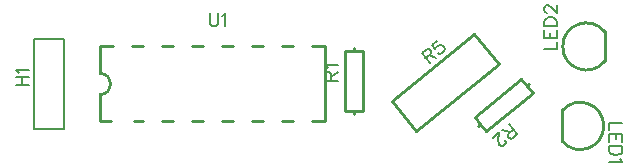
<source format=gto>
G04 Layer: TopSilkscreenLayer*
G04 EasyEDA v6.5.1, 2022-03-29 12:07:46*
G04 01ad9fd2e89e4baf9ce80d721134fb59,30f33cc809fd450ca7eb4ca7eccbfc45,10*
G04 Gerber Generator version 0.2*
G04 Scale: 100 percent, Rotated: No, Reflected: No *
G04 Dimensions in millimeters *
G04 leading zeros omitted , absolute positions ,4 integer and 5 decimal *
%FSLAX45Y45*%
%MOMM*%

%ADD10C,0.2540*%
%ADD18C,0.2032*%
%ADD19C,0.1524*%

%LPD*%
D19*
X659384Y4800600D02*
G01*
X768350Y4800600D01*
X659384Y4873244D02*
G01*
X768350Y4873244D01*
X711200Y4800600D02*
G01*
X711200Y4873244D01*
X680212Y4907534D02*
G01*
X674878Y4917947D01*
X659384Y4933695D01*
X768350Y4933695D01*
X5792215Y4483100D02*
G01*
X5683250Y4483100D01*
X5683250Y4483100D02*
G01*
X5683250Y4420870D01*
X5792215Y4386579D02*
G01*
X5683250Y4386579D01*
X5792215Y4386579D02*
G01*
X5792215Y4319015D01*
X5740400Y4386579D02*
G01*
X5740400Y4344923D01*
X5683250Y4386579D02*
G01*
X5683250Y4319015D01*
X5792215Y4284726D02*
G01*
X5683250Y4284726D01*
X5792215Y4284726D02*
G01*
X5792215Y4248150D01*
X5787136Y4232655D01*
X5776722Y4222242D01*
X5766308Y4217162D01*
X5750559Y4211828D01*
X5724652Y4211828D01*
X5709158Y4217162D01*
X5698743Y4222242D01*
X5688329Y4232655D01*
X5683250Y4248150D01*
X5683250Y4284726D01*
X5771388Y4177537D02*
G01*
X5776722Y4167123D01*
X5792215Y4151629D01*
X5683250Y4151629D01*
X5129784Y5105400D02*
G01*
X5238750Y5105400D01*
X5238750Y5105400D02*
G01*
X5238750Y5167629D01*
X5129784Y5201920D02*
G01*
X5238750Y5201920D01*
X5129784Y5201920D02*
G01*
X5129784Y5269484D01*
X5181600Y5201920D02*
G01*
X5181600Y5243576D01*
X5238750Y5201920D02*
G01*
X5238750Y5269484D01*
X5129784Y5303773D02*
G01*
X5238750Y5303773D01*
X5129784Y5303773D02*
G01*
X5129784Y5340350D01*
X5134863Y5355844D01*
X5145277Y5366257D01*
X5155691Y5371337D01*
X5171440Y5376671D01*
X5197347Y5376671D01*
X5212841Y5371337D01*
X5223256Y5366257D01*
X5233670Y5355844D01*
X5238750Y5340350D01*
X5238750Y5303773D01*
X5155691Y5416042D02*
G01*
X5150611Y5416042D01*
X5140197Y5421376D01*
X5134863Y5426455D01*
X5129784Y5436870D01*
X5129784Y5457697D01*
X5134863Y5468112D01*
X5140197Y5473192D01*
X5150611Y5478526D01*
X5161025Y5478526D01*
X5171440Y5473192D01*
X5186934Y5462778D01*
X5238750Y5410962D01*
X5238750Y5483605D01*
X3275584Y4838700D02*
G01*
X3384550Y4838700D01*
X3275584Y4838700D02*
G01*
X3275584Y4885436D01*
X3280663Y4900929D01*
X3285997Y4906263D01*
X3296411Y4911344D01*
X3306825Y4911344D01*
X3317240Y4906263D01*
X3322320Y4900929D01*
X3327400Y4885436D01*
X3327400Y4838700D01*
X3327400Y4875021D02*
G01*
X3384550Y4911344D01*
X3296411Y4945634D02*
G01*
X3291077Y4956047D01*
X3275584Y4971795D01*
X3384550Y4971795D01*
X4902144Y4386127D02*
G01*
X4833569Y4470811D01*
X4902144Y4386127D02*
G01*
X4865822Y4356714D01*
X4850587Y4350913D01*
X4843084Y4351700D01*
X4832578Y4356597D01*
X4826027Y4364690D01*
X4823421Y4375983D01*
X4824369Y4383285D01*
X4833218Y4396983D01*
X4869535Y4426397D01*
X4841308Y4403537D02*
G01*
X4777112Y4425094D01*
X4798590Y4335609D02*
G01*
X4801788Y4331662D01*
X4804397Y4320372D01*
X4803604Y4312869D01*
X4798710Y4302368D01*
X4782720Y4289419D01*
X4771433Y4286813D01*
X4763927Y4287603D01*
X4753424Y4292498D01*
X4746871Y4300593D01*
X4744265Y4311883D01*
X4742609Y4330479D01*
X4750468Y4403514D01*
X4693815Y4357641D01*
X4092150Y5073535D02*
G01*
X4160725Y4988852D01*
X4092150Y5073535D02*
G01*
X4128472Y5102946D01*
X4143710Y5108747D01*
X4151213Y5107957D01*
X4161713Y5103063D01*
X4168266Y5094970D01*
X4170875Y5083680D01*
X4169925Y5076375D01*
X4161081Y5062677D01*
X4124761Y5033263D01*
X4152986Y5056121D02*
G01*
X4217179Y5034569D01*
X4223814Y5180152D02*
G01*
X4183349Y5147383D01*
X4208810Y5107866D01*
X4209562Y5115008D01*
X4218444Y5129065D01*
X4230486Y5138816D01*
X4245884Y5144422D01*
X4260369Y5143080D01*
X4274426Y5134198D01*
X4280979Y5126106D01*
X4286585Y5110706D01*
X4285046Y5096060D01*
X4276201Y5082362D01*
X4264162Y5072611D01*
X4248726Y5066647D01*
X4241579Y5067399D01*
X4230880Y5072136D01*
X2298700Y5411215D02*
G01*
X2298700Y5333237D01*
X2303779Y5317744D01*
X2314193Y5307329D01*
X2329941Y5302250D01*
X2340356Y5302250D01*
X2355850Y5307329D01*
X2366263Y5317744D01*
X2371343Y5333237D01*
X2371343Y5411215D01*
X2405634Y5390387D02*
G01*
X2416047Y5395721D01*
X2431795Y5411215D01*
X2431795Y5302250D01*
D18*
X812800Y4940300D02*
G01*
X812800Y5194300D01*
X1064260Y5194300D01*
X1064260Y4432300D01*
X812800Y4432300D01*
X812800Y4940300D01*
D10*
X5280152Y4584700D02*
G01*
X5279618Y4329912D01*
X5641847Y5003800D02*
G01*
X5642381Y5258587D01*
X3517900Y4584700D02*
G01*
X3517900Y4559300D01*
X3517900Y5092700D02*
G01*
X3517900Y5118100D01*
X3517900Y4584700D02*
G01*
X3441700Y4584700D01*
X3594100Y4584700D02*
G01*
X3517900Y4584700D01*
X3594100Y5092700D02*
G01*
X3594100Y4584700D01*
X3517900Y5092700D02*
G01*
X3594100Y5092700D01*
X3441700Y5092700D02*
G01*
X3517900Y5092700D01*
X3441700Y4584700D02*
G01*
X3441700Y5092700D01*
X4985296Y4795349D02*
G01*
X5005034Y4811331D01*
X4590503Y4475650D02*
G01*
X4570765Y4459668D01*
X4985296Y4795349D02*
G01*
X5033251Y4736127D01*
X4937340Y4854564D02*
G01*
X4985296Y4795349D01*
X4542548Y4534872D02*
G01*
X4937340Y4854564D01*
X4590503Y4475650D02*
G01*
X4542548Y4534872D01*
X4638459Y4416435D02*
G01*
X4590503Y4475650D01*
X5033251Y4736127D02*
G01*
X4638459Y4416435D01*
X4047111Y4414763D02*
G01*
X3839309Y4671377D01*
X3839309Y4671377D02*
G01*
X4538088Y5237236D01*
X4538088Y5237236D02*
G01*
X4745890Y4980622D01*
X4745890Y4980622D02*
G01*
X4047111Y4414763D01*
X3276600Y5130800D02*
G01*
X3276600Y4495800D01*
X3165541Y5130800D02*
G01*
X3276600Y5130800D01*
X2911541Y5130800D02*
G01*
X3006658Y5130800D01*
X2657541Y5130800D02*
G01*
X2752658Y5130800D01*
X2403541Y5130800D02*
G01*
X2498658Y5130800D01*
X2149541Y5130800D02*
G01*
X2244658Y5130800D01*
X1895541Y5130800D02*
G01*
X1990658Y5130800D01*
X1641541Y5130800D02*
G01*
X1736658Y5130800D01*
X1371600Y5130800D02*
G01*
X1482658Y5130800D01*
X1371600Y5130800D02*
G01*
X1371600Y4902200D01*
X1463984Y4495800D02*
G01*
X1371600Y4495800D01*
X1371600Y4724400D01*
X1736658Y4495800D02*
G01*
X1660215Y4495800D01*
X1990658Y4495800D02*
G01*
X1895541Y4495800D01*
X2244658Y4495800D02*
G01*
X2149541Y4495800D01*
X2498658Y4495800D02*
G01*
X2403541Y4495800D01*
X2752658Y4495800D02*
G01*
X2657541Y4495800D01*
X3006658Y4495800D02*
G01*
X2911541Y4495800D01*
X3276600Y4495800D02*
G01*
X3165541Y4495800D01*
G75*
G01*
X5280152Y4331157D02*
G03*
X5280152Y4584649I154710J126746D01*
G75*
G01*
X5641848Y5257343D02*
G03*
X5641848Y5003851I-154710J-126746D01*
G75*
G01*
X1371600Y4724400D02*
G03*
X1371600Y4902200I0J88900D01*
M02*

</source>
